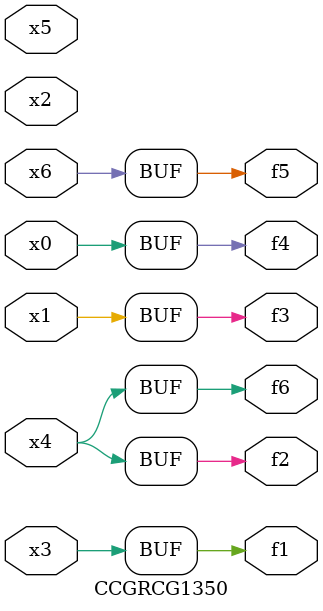
<source format=v>
module CCGRCG1350(
	input x0, x1, x2, x3, x4, x5, x6,
	output f1, f2, f3, f4, f5, f6
);
	assign f1 = x3;
	assign f2 = x4;
	assign f3 = x1;
	assign f4 = x0;
	assign f5 = x6;
	assign f6 = x4;
endmodule

</source>
